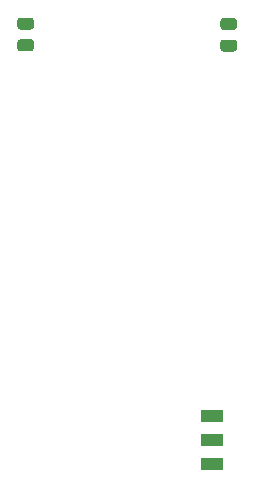
<source format=gbr>
%TF.GenerationSoftware,KiCad,Pcbnew,(5.1.9-0-10_14)*%
%TF.CreationDate,2021-10-18T11:04:09-07:00*%
%TF.ProjectId,ghost_pcb_2a,67686f73-745f-4706-9362-5f32612e6b69,rev?*%
%TF.SameCoordinates,Original*%
%TF.FileFunction,Paste,Bot*%
%TF.FilePolarity,Positive*%
%FSLAX46Y46*%
G04 Gerber Fmt 4.6, Leading zero omitted, Abs format (unit mm)*
G04 Created by KiCad (PCBNEW (5.1.9-0-10_14)) date 2021-10-18 11:04:09*
%MOMM*%
%LPD*%
G01*
G04 APERTURE LIST*
%ADD10R,1.900000X1.000000*%
G04 APERTURE END LIST*
D10*
%TO.C,SW1*%
X153252200Y-110971800D03*
X153238200Y-112971800D03*
X153238200Y-114971800D03*
%TD*%
%TO.C,R2*%
G36*
G01*
X137940201Y-78236500D02*
X137040199Y-78236500D01*
G75*
G02*
X136790200Y-77986501I0J249999D01*
G01*
X136790200Y-77461499D01*
G75*
G02*
X137040199Y-77211500I249999J0D01*
G01*
X137940201Y-77211500D01*
G75*
G02*
X138190200Y-77461499I0J-249999D01*
G01*
X138190200Y-77986501D01*
G75*
G02*
X137940201Y-78236500I-249999J0D01*
G01*
G37*
G36*
G01*
X137940201Y-80061500D02*
X137040199Y-80061500D01*
G75*
G02*
X136790200Y-79811501I0J249999D01*
G01*
X136790200Y-79286499D01*
G75*
G02*
X137040199Y-79036500I249999J0D01*
G01*
X137940201Y-79036500D01*
G75*
G02*
X138190200Y-79286499I0J-249999D01*
G01*
X138190200Y-79811501D01*
G75*
G02*
X137940201Y-80061500I-249999J0D01*
G01*
G37*
%TD*%
%TO.C,R1*%
G36*
G01*
X155136001Y-78261900D02*
X154235999Y-78261900D01*
G75*
G02*
X153986000Y-78011901I0J249999D01*
G01*
X153986000Y-77486899D01*
G75*
G02*
X154235999Y-77236900I249999J0D01*
G01*
X155136001Y-77236900D01*
G75*
G02*
X155386000Y-77486899I0J-249999D01*
G01*
X155386000Y-78011901D01*
G75*
G02*
X155136001Y-78261900I-249999J0D01*
G01*
G37*
G36*
G01*
X155136001Y-80086900D02*
X154235999Y-80086900D01*
G75*
G02*
X153986000Y-79836901I0J249999D01*
G01*
X153986000Y-79311899D01*
G75*
G02*
X154235999Y-79061900I249999J0D01*
G01*
X155136001Y-79061900D01*
G75*
G02*
X155386000Y-79311899I0J-249999D01*
G01*
X155386000Y-79836901D01*
G75*
G02*
X155136001Y-80086900I-249999J0D01*
G01*
G37*
%TD*%
M02*

</source>
